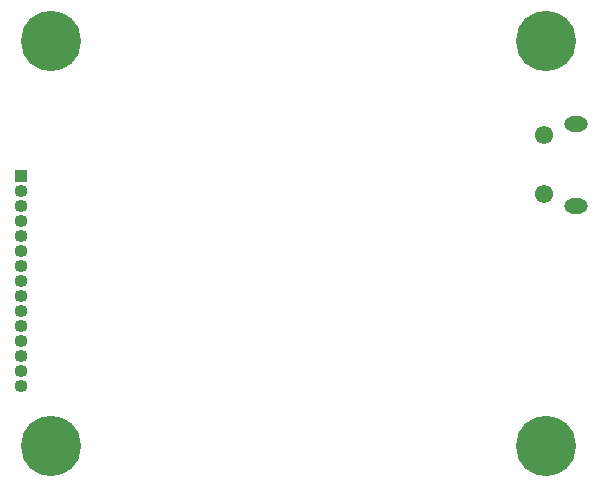
<source format=gbr>
%TF.GenerationSoftware,KiCad,Pcbnew,(5.1.6)-1*%
%TF.CreationDate,2020-08-24T13:49:57+03:00*%
%TF.ProjectId,PC1600SIO,50433136-3030-4534-994f-2e6b69636164,rev?*%
%TF.SameCoordinates,Original*%
%TF.FileFunction,Soldermask,Bot*%
%TF.FilePolarity,Negative*%
%FSLAX46Y46*%
G04 Gerber Fmt 4.6, Leading zero omitted, Abs format (unit mm)*
G04 Created by KiCad (PCBNEW (5.1.6)-1) date 2020-08-24 13:49:57*
%MOMM*%
%LPD*%
G01*
G04 APERTURE LIST*
%ADD10O,1.100000X1.100000*%
%ADD11R,1.100000X1.100000*%
%ADD12O,2.000000X1.300000*%
%ADD13C,1.550000*%
%ADD14C,5.100000*%
G04 APERTURE END LIST*
D10*
%TO.C,J1*%
X93980000Y-143510000D03*
X93980000Y-142240000D03*
X93980000Y-140970000D03*
X93980000Y-139700000D03*
X93980000Y-138430000D03*
X93980000Y-137160000D03*
X93980000Y-135890000D03*
X93980000Y-134620000D03*
X93980000Y-133350000D03*
X93980000Y-132080000D03*
X93980000Y-130810000D03*
X93980000Y-129540000D03*
X93980000Y-128270000D03*
X93980000Y-127000000D03*
D11*
X93980000Y-125730000D03*
%TD*%
D12*
%TO.C,J8*%
X140969500Y-121270000D03*
X140969500Y-128270000D03*
D13*
X138269500Y-122270000D03*
X138269500Y-127270000D03*
%TD*%
D14*
%TO.C,H4*%
X138430000Y-114300000D03*
%TD*%
%TO.C,H3*%
X138430000Y-148590000D03*
%TD*%
%TO.C,H2*%
X96520000Y-148590000D03*
%TD*%
%TO.C,H1*%
X96520000Y-114300000D03*
%TD*%
M02*

</source>
